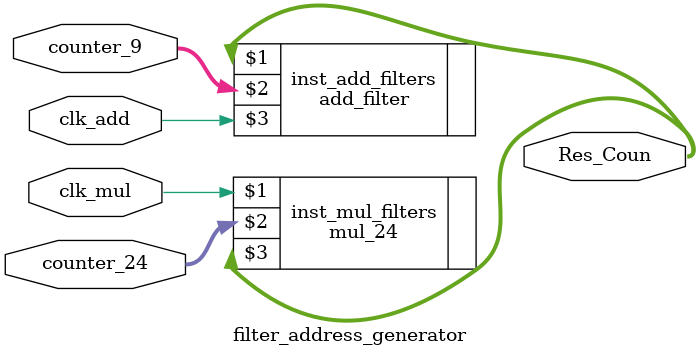
<source format=v>
`timescale 1ns / 1ps
module filter_address_generator(
    input clk_mul,clk_add,
    input [3:0] counter_9,
    input [4:0] counter_24,
    output [8:0]Res_Coun
    );
            
    mul_24     inst_mul_filters(clk_mul,counter_24,Res_Coun);
    add_filter inst_add_filters(Res_Coun,counter_9,clk_add);

endmodule
</source>
